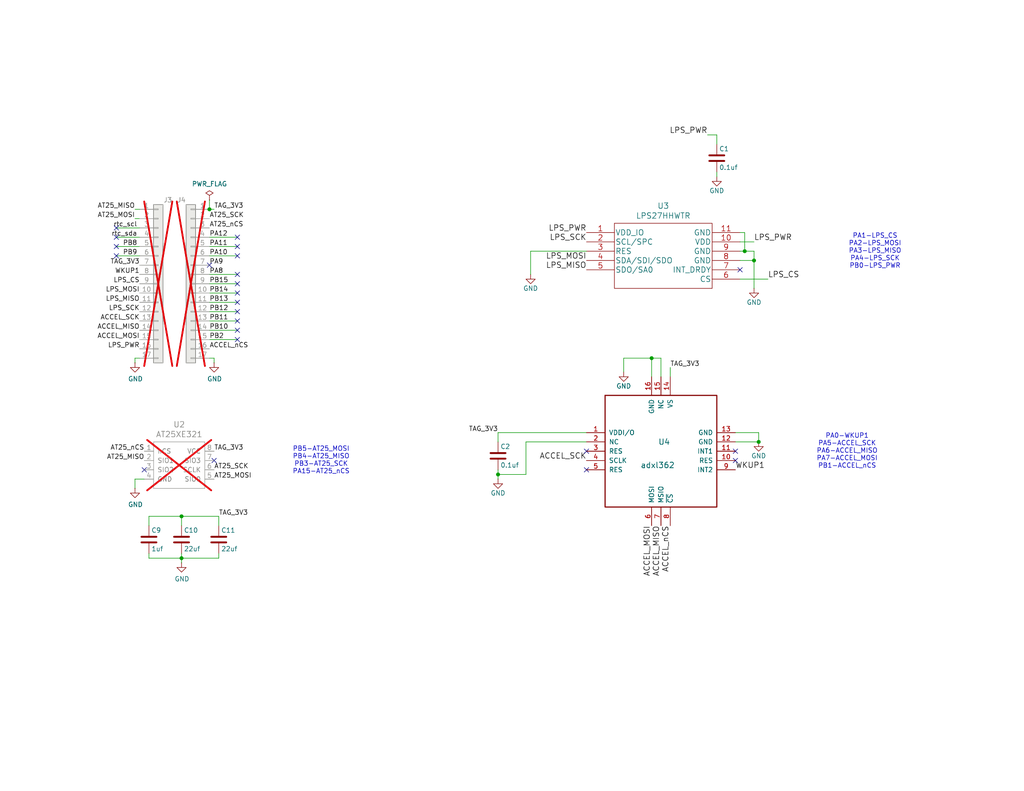
<source format=kicad_sch>
(kicad_sch (version 20231120) (generator "eeschema") (generator_version "8.0")
  (paper "A")
  (title_block (title "Bit/Pressure Tag Breakout") (date "2025-04-23"))
  (lib_symbols
    (symbol "Connector_Generic:Conn_01x17" (pin_names (offset 1.016) hide)
      (property "Reference" "J" (at 0 22.86 0))
      (property "Value" "Conn_01x17" (at 0 -22.86 0))
      (symbol "Conn_01x17_1_1"
        (rectangle (start -1.27 -20.193) (end 0 -20.447) (stroke (width 0.1524)))
        (rectangle (start -1.27 -17.653) (end 0 -17.907) (stroke (width 0.1524)))
        (rectangle (start -1.27 -15.113) (end 0 -15.367) (stroke (width 0.1524)))
        (rectangle (start -1.27 -12.573) (end 0 -12.827) (stroke (width 0.1524)))
        (rectangle (start -1.27 -10.033) (end 0 -10.287) (stroke (width 0.1524)))
        (rectangle (start -1.27 -7.493) (end 0 -7.747) (stroke (width 0.1524)))
        (rectangle (start -1.27 -4.953) (end 0 -5.207) (stroke (width 0.1524)))
        (rectangle (start -1.27 -2.413) (end 0 -2.667) (stroke (width 0.1524)))
        (rectangle (start -1.27 0.127) (end 0 -0.127) (stroke (width 0.1524)))
        (rectangle (start -1.27 2.667) (end 0 2.413) (stroke (width 0.1524)))
        (rectangle (start -1.27 5.207) (end 0 4.953) (stroke (width 0.1524)))
        (rectangle (start -1.27 7.747) (end 0 7.493) (stroke (width 0.1524)))
        (rectangle (start -1.27 10.287) (end 0 10.033) (stroke (width 0.1524)))
        (rectangle (start -1.27 12.827) (end 0 12.573) (stroke (width 0.1524)))
        (rectangle (start -1.27 15.367) (end 0 15.113) (stroke (width 0.1524)))
        (rectangle (start -1.27 17.907) (end 0 17.653) (stroke (width 0.1524)))
        (rectangle (start -1.27 20.447) (end 0 20.193) (stroke (width 0.1524)))
        (rectangle (start -1.27 21.59) (end 1.27 -21.59) (stroke (width 0.254)) (fill (type background)))
        (pin passive line (at -5.08 20.32 0) (length 3.81) (name "Pin_1") (number "1"))
        (pin passive line (at -5.08 -2.54 0) (length 3.81) (name "Pin_10") (number "10"))
        (pin passive line (at -5.08 -5.08 0) (length 3.81) (name "Pin_11") (number "11"))
        (pin passive line (at -5.08 -7.62 0) (length 3.81) (name "Pin_12") (number "12"))
        (pin passive line (at -5.08 -10.16 0) (length 3.81) (name "Pin_13") (number "13"))
        (pin passive line (at -5.08 -12.7 0) (length 3.81) (name "Pin_14") (number "14"))
        (pin passive line (at -5.08 -15.24 0) (length 3.81) (name "Pin_15") (number "15"))
        (pin passive line (at -5.08 -17.78 0) (length 3.81) (name "Pin_16") (number "16"))
        (pin passive line (at -5.08 -20.32 0) (length 3.81) (name "Pin_17") (number "17"))
        (pin passive line (at -5.08 17.78 0) (length 3.81) (name "Pin_2") (number "2"))
        (pin passive line (at -5.08 15.24 0) (length 3.81) (name "Pin_3") (number "3"))
        (pin passive line (at -5.08 12.7 0) (length 3.81) (name "Pin_4") (number "4"))
        (pin passive line (at -5.08 10.16 0) (length 3.81) (name "Pin_5") (number "5"))
        (pin passive line (at -5.08 7.62 0) (length 3.81) (name "Pin_6") (number "6"))
        (pin passive line (at -5.08 5.08 0) (length 3.81) (name "Pin_7") (number "7"))
        (pin passive line (at -5.08 2.54 0) (length 3.81) (name "Pin_8") (number "8"))
        (pin passive line (at -5.08 0 0) (length 3.81) (name "Pin_9") (number "9"))
      )
    )
    (symbol "Device:C" (pin_numbers hide) (pin_names (offset 0.254))
      (property "Reference" "C" (at 0.635 2.54 0))
      (property "Value" "C" (at 0.635 -2.54 0))
      (symbol "C_0_1"
        (polyline (pts (xy -2.032 -0.762) (xy 2.032 -0.762)) (stroke (width 0.508)))
        (polyline (pts (xy -2.032 0.762) (xy 2.032 0.762)) (stroke (width 0.508)))
      )
      (symbol "C_1_1"
        (pin passive line (at 0 3.81 270) (length 2.794) (name "~") (number "1"))
        (pin passive line (at 0 -3.81 90) (length 2.794) (name "~") (number "2"))
      )
    )
    (symbol "GND_10" (power) (pin_numbers hide) (pin_names (offset 0) hide)
      (property "Value" "GND" (at 0 -3.81 0))
      (symbol "GND_10_0_1"
        (polyline (pts (xy 0 0) (xy 0 -1.27) (xy 1.27 -1.27) (xy 0 -2.54) (xy -1.27 -1.27) (xy 0 -1.27)))
      )
      (symbol "GND_10_1_1"
        (pin power_in line (at 0 0 270) (length 0) (name "~") (number "1"))
      )
    )
    (symbol "GND_6" (power) (pin_numbers hide) (pin_names (offset 0) hide)
      (property "Value" "GND" (at 0 -3.81 0))
      (symbol "GND_6_0_1"
        (polyline (pts (xy 0 0) (xy 0 -1.27) (xy 1.27 -1.27) (xy 0 -2.54) (xy -1.27 -1.27) (xy 0 -1.27)))
      )
      (symbol "GND_6_1_1"
        (pin power_in line (at 0 0 270) (length 0) (name "~") (number "1"))
      )
    )
    (symbol "GND_8" (power) (pin_numbers hide) (pin_names (offset 0) hide)
      (property "Value" "GND" (at 0 -3.81 0))
      (symbol "GND_8_0_1"
        (polyline (pts (xy 0 0) (xy 0 -1.27) (xy 1.27 -1.27) (xy 0 -2.54) (xy -1.27 -1.27) (xy 0 -1.27)))
      )
      (symbol "GND_8_1_1"
        (pin power_in line (at 0 0 270) (length 0) (name "~") (number "1"))
      )
    )
    (symbol "bittagv7:adxl362" (pin_names (offset 1.016))
      (property "Reference" "U" (at 3.81 6.35 0))
      (property "Value" "adxl362" (at 3.81 3.81 0))
      (symbol "adxl362_1_1"
        (rectangle (start 5.08 10.16) (end 35.56 -20.32) (stroke (width 0.3048)))
        (pin power_in line (at 0 0 0) (length 5.08) (name "VDDI/O") (number "1"))
        (pin passive line (at 40.64 -7.62 180) (length 5.08) (name "RES") (number "10"))
        (pin output line (at 40.64 -5.08 180) (length 5.08) (name "INT1") (number "11"))
        (pin power_in line (at 40.64 -2.54 180) (length 5.08) (name "GND") (number "12"))
        (pin power_in line (at 40.64 0 180) (length 5.08) (name "GND") (number "13"))
        (pin power_in line (at 22.86 15.24 270) (length 5.08) (name "VS") (number "14"))
        (pin passive line (at 20.32 15.24 270) (length 5.08) (name "NC") (number "15"))
        (pin power_in line (at 17.78 15.24 270) (length 5.08) (name "GND") (number "16"))
        (pin output line (at 0 -2.54 0) (length 5.08) (name "NC") (number "2"))
        (pin output line (at 0 -5.08 0) (length 5.08) (name "RES") (number "3"))
        (pin input line (at 0 -7.62 0) (length 5.08) (name "SCLK") (number "4"))
        (pin output line (at 0 -10.16 0) (length 5.08) (name "RES") (number "5"))
        (pin input line (at 17.78 -25.4 90) (length 5.08) (name "MOSI") (number "6"))
        (pin output line (at 20.32 -25.4 90) (length 5.08) (name "MSIO") (number "7"))
        (pin input line (at 22.86 -25.4 90) (length 5.08) (name "~{CS}") (number "8"))
        (pin bidirectional line (at 40.64 -10.16 180) (length 5.08) (name "INT2") (number "9"))
      )
    )
    (symbol "lps27:LPS27HHWTR" (pin_names (offset 0.254))
      (property "Reference" "U2" (at 20.955 7.2898 0))
      (property "Value" "LPS27HHWTR" (at 20.955 4.5974 0))
      (symbol "LPS27HHWTR_1_1"
        (rectangle (start 7.62 -15.24) (end 34.29 2.54))
        (pin passive line (at 0 0 0) (length 7.62) (name "VDD_IO") (number "1"))
        (pin input line (at 41.91 -2.54 180) (length 7.62) (name "VDD") (number "10"))
        (pin power_in line (at 41.91 0 180) (length 7.62) (name "GND") (number "11"))
        (pin input line (at 0 -2.54 0) (length 7.62) (name "SCL/SPC") (number "2"))
        (pin passive line (at 0 -5.08 0) (length 7.62) (name "RES") (number "3"))
        (pin input line (at 0 -7.62 0) (length 7.62) (name "SDA/SDI/SDO") (number "4"))
        (pin output line (at 0 -10.16 0) (length 7.62) (name "SDO/SA0") (number "5"))
        (pin input line (at 41.91 -12.7 180) (length 7.62) (name "CS") (number "6"))
        (pin output line (at 41.91 -10.16 180) (length 7.62) (name "INT_DRDY") (number "7"))
        (pin power_in line (at 41.91 -7.62 180) (length 7.62) (name "GND") (number "8"))
        (pin power_in line (at 41.91 -5.08 180) (length 7.62) (name "GND") (number "9"))
      )
    )
    (symbol "power:GND" (power) (pin_numbers hide) (pin_names (offset 0) hide)
      (property "Value" "GND" (at 0 -3.81 0))
      (symbol "GND_0_1"
        (polyline (pts (xy 0 0) (xy 0 -1.27) (xy 1.27 -1.27) (xy 0 -2.54) (xy -1.27 -1.27) (xy 0 -1.27)))
      )
      (symbol "GND_1_1"
        (pin power_in line (at 0 0 270) (length 0) (name "~") (number "1"))
      )
    )
    (symbol "power:PWR_FLAG" (power) (pin_numbers hide) (pin_names (offset 0) hide)
      (property "Value" "PWR_FLAG" (at 0 3.81 0))
      (symbol "PWR_FLAG_0_0"
        (pin power_out line (at 0 0 90) (length 0) (name "~") (number "1"))
      )
      (symbol "PWR_FLAG_0_1"
        (polyline (pts (xy 0 0) (xy 0 1.27) (xy -1.016 1.905) (xy 0 2.54) (xy 1.016 1.905) (xy 0 1.27)))
      )
    )
    (symbol "tag-breakout-steval-daughter-v2-rescue:MX25R6435F-gpsparts" (pin_names (offset 1.016))
      (property "Reference" "U" (at 0 8.89 0))
      (property "Value" "MX25R6435F-gpsparts" (at 0 -8.89 0))
      (symbol "MX25R6435F-gpsparts_0_1"
        (rectangle (start -7.62 -6.35) (end 6.35 6.35))
      )
      (symbol "MX25R6435F-gpsparts_1_1"
        (pin input line (at -10.16 3.81 0) (length 2.54) (name "nCS") (number "1"))
        (pin bidirectional line (at -10.16 1.27 0) (length 2.54) (name "SIO1") (number "2"))
        (pin bidirectional line (at -10.16 -1.27 0) (length 2.54) (name "SIO2") (number "3"))
        (pin power_in line (at -10.16 -3.81 0) (length 2.54) (name "GND") (number "4"))
        (pin bidirectional line (at 8.89 -3.81 180) (length 2.54) (name "SIO0") (number "5"))
        (pin input line (at 8.89 -1.27 180) (length 2.54) (name "SCLK") (number "6"))
        (pin bidirectional line (at 8.89 1.27 180) (length 2.54) (name "SIO3") (number "7"))
        (pin power_in line (at 8.89 3.81 180) (length 2.54) (name "VCC") (number "8"))
      )
    )
  )
  (junction (at 203.2 68.58))
  (junction (at 135.89 129.54))
  (junction (at 49.53 140.97))
  (junction (at 49.53 152.4))
  (junction (at 205.74 71.12))
  (junction (at 177.8 97.79))
  (junction (at 57.15 57.15))
  (junction (at 207.01 120.65))
  (no_connect (at 31.75 64.77))
  (no_connect (at 64.77 82.55))
  (no_connect (at 64.77 80.01))
  (no_connect (at 64.77 74.93))
  (no_connect (at 31.75 62.23))
  (no_connect (at 39.37 128.27))
  (no_connect (at 31.75 67.31))
  (no_connect (at 200.66 123.19))
  (no_connect (at 57.15 72.39))
  (no_connect (at 200.66 125.73))
  (no_connect (at 160.02 123.19))
  (no_connect (at 58.42 125.73))
  (no_connect (at 64.77 77.47))
  (no_connect (at 64.77 69.85))
  (no_connect (at 64.77 87.63))
  (no_connect (at 64.77 92.71))
  (no_connect (at 64.77 64.77))
  (no_connect (at 201.93 73.66))
  (no_connect (at 64.77 90.17))
  (no_connect (at 160.02 128.27))
  (no_connect (at 64.77 85.09))
  (no_connect (at 31.75 69.85))
  (no_connect (at 64.77 67.31))
  (wire (pts (xy 57.15 54.61) (xy 57.15 57.15)))
  (wire (pts (xy 195.58 46.99) (xy 195.58 48.26)))
  (wire (pts (xy 39.37 130.81) (xy 36.83 130.81)))
  (wire (pts (xy 57.15 69.85) (xy 64.77 69.85)))
  (wire (pts (xy 207.01 120.65) (xy 200.66 120.65)))
  (wire (pts (xy 40.64 143.51) (xy 40.64 140.97)))
  (wire (pts (xy 40.64 151.13) (xy 40.64 152.4)))
  (wire (pts (xy 201.93 63.5) (xy 203.2 63.5)))
  (wire (pts (xy 40.64 152.4) (xy 49.53 152.4)))
  (wire (pts (xy 57.15 92.71) (xy 64.77 92.71)))
  (wire (pts (xy 160.02 118.11) (xy 135.89 118.11)))
  (wire (pts (xy 49.53 151.13) (xy 49.53 152.4)))
  (wire (pts (xy 177.8 97.79) (xy 170.18 97.79)))
  (wire (pts (xy 135.89 128.27) (xy 135.89 129.54)))
  (wire (pts (xy 144.78 68.58) (xy 144.78 74.93)))
  (wire (pts (xy 180.34 97.79) (xy 177.8 97.79)))
  (wire (pts (xy 57.15 74.93) (xy 64.77 74.93)))
  (wire (pts (xy 160.02 120.65) (xy 143.51 120.65)))
  (wire (pts (xy 36.83 57.15) (xy 38.1 57.15)))
  (wire (pts (xy 57.15 67.31) (xy 64.77 67.31)))
  (wire (pts (xy 40.64 140.97) (xy 49.53 140.97)))
  (wire (pts (xy 180.34 102.87) (xy 180.34 97.79)))
  (wire (pts (xy 49.53 140.97) (xy 59.69 140.97)))
  (wire (pts (xy 57.15 64.77) (xy 64.77 64.77)))
  (wire (pts (xy 57.15 80.01) (xy 64.77 80.01)))
  (wire (pts (xy 57.15 85.09) (xy 64.77 85.09)))
  (wire (pts (xy 36.83 97.79) (xy 36.83 99.06)))
  (wire (pts (xy 57.15 82.55) (xy 64.77 82.55)))
  (wire (pts (xy 203.2 68.58) (xy 205.74 68.58)))
  (wire (pts (xy 201.93 68.58) (xy 203.2 68.58)))
  (wire (pts (xy 207.01 118.11) (xy 207.01 120.65)))
  (wire (pts (xy 143.51 120.65) (xy 143.51 129.54)))
  (wire (pts (xy 182.88 102.87) (xy 182.88 100.33)))
  (wire (pts (xy 36.83 59.69) (xy 38.1 59.69)))
  (wire (pts (xy 58.42 97.79) (xy 58.42 99.06)))
  (wire (pts (xy 57.15 87.63) (xy 64.77 87.63)))
  (wire (pts (xy 31.75 64.77) (xy 38.1 64.77)))
  (wire (pts (xy 49.53 152.4) (xy 49.53 153.67)))
  (wire (pts (xy 58.42 57.15) (xy 57.15 57.15)))
  (wire (pts (xy 201.93 66.04) (xy 205.74 66.04)))
  (wire (pts (xy 31.75 69.85) (xy 38.1 69.85)))
  (wire (pts (xy 57.15 90.17) (xy 64.77 90.17)))
  (wire (pts (xy 203.2 63.5) (xy 203.2 68.58)))
  (wire (pts (xy 193.04 36.83) (xy 195.58 36.83)))
  (wire (pts (xy 57.15 77.47) (xy 64.77 77.47)))
  (wire (pts (xy 49.53 152.4) (xy 59.69 152.4)))
  (wire (pts (xy 177.8 97.79) (xy 177.8 102.87)))
  (wire (pts (xy 195.58 36.83) (xy 195.58 39.37)))
  (wire (pts (xy 143.51 129.54) (xy 135.89 129.54)))
  (wire (pts (xy 36.83 130.81) (xy 36.83 133.35)))
  (wire (pts (xy 38.1 97.79) (xy 36.83 97.79)))
  (wire (pts (xy 205.74 71.12) (xy 205.74 78.74)))
  (wire (pts (xy 31.75 67.31) (xy 38.1 67.31)))
  (wire (pts (xy 201.93 71.12) (xy 205.74 71.12)))
  (wire (pts (xy 200.66 118.11) (xy 207.01 118.11)))
  (wire (pts (xy 160.02 68.58) (xy 144.78 68.58)))
  (wire (pts (xy 135.89 118.11) (xy 135.89 120.65)))
  (wire (pts (xy 59.69 140.97) (xy 59.69 143.51)))
  (wire (pts (xy 170.18 97.79) (xy 170.18 101.6)))
  (wire (pts (xy 205.74 68.58) (xy 205.74 71.12)))
  (wire (pts (xy 201.93 76.2) (xy 209.55 76.2)))
  (wire (pts (xy 57.15 97.79) (xy 58.42 97.79)))
  (wire (pts (xy 135.89 129.54) (xy 135.89 130.81)))
  (wire (pts (xy 31.75 62.23) (xy 38.1 62.23)))
  (wire (pts (xy 49.53 140.97) (xy 49.53 143.51)))
  (wire (pts (xy 59.69 152.4) (xy 59.69 151.13)))
  (text "PA0-WKUP1\nPA5-ACCEL_SCK\nPA6-ACCEL_MISO\nPA7-ACCEL_MOSI\nPB1-ACCEL_nCS" (at 231.14 123.19 0) (effects (font (size 1.27 1.27))))
  (text "PA1-LPS_CS\nPA2-LPS_MOSI\nPA3-LPS_MISO\nPA4-LPS_SCK\nPB0-LPS_PWR" (at 238.76 68.58 0) (effects (font (size 1.27 1.27))))
  (text "PB5-AT25_MOSI\nPB4-AT25_MISO\nPB3-AT25_SCK\nPA15-AT25_nCS" (at 87.63 125.73 0) (effects (font (size 1.27 1.27))))
  (label "PA9" (at 57.15 72.39 0))
  (label "LPS_MOSI" (at 38.1 80.01 180))
  (label "AT25_nCS" (at 57.15 62.23 0))
  (label "ACCEL_MOSI" (at 177.8 143.51 270) (effects (font (size 1.524 1.524))))
  (label "LPS_MISO" (at 38.1 82.55 180))
  (label "rtc_sda" (at 37.465 64.77 180))
  (label "AT25_MOSI" (at 58.42 130.81 0))
  (label "TAG_3V3" (at 135.89 118.11 180))
  (label "ACCEL_MISO" (at 38.1 90.17 180))
  (label "TAG_3V3" (at 58.42 123.19 0))
  (label "PB10" (at 57.15 90.17 0))
  (label "PA11" (at 57.15 67.31 0))
  (label "LPS_PWR" (at 160.02 63.5 180) (effects (font (size 1.524 1.524))))
  (label "ACCEL_nCS" (at 182.88 143.51 270) (effects (font (size 1.524 1.524))))
  (label "LPS_PWR" (at 38.1 95.25 180))
  (label "PB15" (at 57.15 77.47 0))
  (label "ACCEL_SCK" (at 160.02 125.73 180) (effects (font (size 1.524 1.524))))
  (label "AT25_nCS" (at 39.37 123.19 180))
  (label "LPS_CS" (at 209.55 76.2 0) (effects (font (size 1.524 1.524))))
  (label "PA12" (at 57.15 64.77 0))
  (label "rtc_scl" (at 37.465 62.23 180))
  (label "ACCEL_SCK" (at 38.1 87.63 180))
  (label "WKUP1" (at 38.1 74.93 180))
  (label "PB8" (at 37.465 67.31 180))
  (label "PA8" (at 57.15 74.93 0))
  (label "PB11" (at 57.15 87.63 0))
  (label "AT25_MISO" (at 36.83 57.15 180))
  (label "LPS_SCK" (at 38.1 85.09 180))
  (label "LPS_MISO" (at 160.02 73.66 180) (effects (font (size 1.524 1.524))))
  (label "PB12" (at 57.15 85.09 0))
  (label "PA10" (at 57.15 69.85 0))
  (label "LPS_MOSI" (at 160.02 71.12 180) (effects (font (size 1.524 1.524))))
  (label "TAG_3V3" (at 182.88 100.33 0))
  (label "AT25_MOSI" (at 36.83 59.69 180))
  (label "LPS_PWR" (at 193.04 36.83 180) (effects (font (size 1.524 1.524))))
  (label "LPS_SCK" (at 160.02 66.04 180) (effects (font (size 1.524 1.524))))
  (label "PB14" (at 57.15 80.01 0))
  (label "ACCEL_MISO" (at 180.34 143.51 270) (effects (font (size 1.524 1.524))))
  (label "WKUP1" (at 200.66 128.27 0) (effects (font (size 1.524 1.524))))
  (label "LPS_PWR" (at 205.74 66.04 0) (effects (font (size 1.524 1.524))))
  (label "AT25_MISO" (at 39.37 125.73 180))
  (label "ACCEL_MOSI" (at 38.1 92.71 180))
  (label "PB2" (at 57.15 92.71 0))
  (label "LPS_CS" (at 38.1 77.47 180))
  (label "AT25_SCK" (at 58.42 128.27 0))
  (label "TAG_3V3" (at 58.42 57.15 0))
  (label "PB9" (at 37.465 69.85 180))
  (label "AT25_SCK" (at 57.15 59.69 0))
  (label "PB13" (at 57.15 82.55 0))
  (label "TAG_3V3" (at 59.69 140.97 0))
  (label "ACCEL_nCS" (at 57.15 95.25 0))
  (label "TAG_3V3" (at 38.1 72.39 180))
  (symbol (lib_id "Connector_Generic:Conn_01x17") (at 52.07 77.47 0) (mirror y) (unit 1) (dnp yes)
    (property "Reference" "J4" (at 49.53 54.61 0))
    (property "Value" "Conn_01x17" (effects (hide yes)))
    (property "Footprint" "taglibrary:PinHeader_1x17_P2.54mm_Vertical_Staggered" (effects (hide yes)))
    (property "Description" "Generic connector, single row, 01x17, script generated (kicad-library-utils/schlib/autogen/connector/)" (effects (hide yes)))
  )
  (symbol (lib_id "Connector_Generic:Conn_01x17") (at 43.18 77.47 0) (unit 1) (dnp yes)
    (property "Reference" "J3" (at 46.99 54.61 0) (effects (justify right)))
    (property "Value" "Conn_01x17" (effects (hide yes)))
    (property "Footprint" "taglibrary:PinHeader_1x17_P2.54mm_Vertical_Staggered" (effects (hide yes)))
    (property "Description" "Generic connector, single row, 01x17, script generated (kicad-library-utils/schlib/autogen/connector/)" (effects (hide yes)))
  )
  (symbol (lib_id "power:GND") (at 58.42 99.06 0) (unit 1)
    (property "Reference" "#PWR0101" (effects (hide yes)))
    (property "Value" "GND" (at 58.547 103.4542 0))
    (property "Description" "Power symbol creates a global label with name \"GND\" , ground" (effects (hide yes)))
  )
  (symbol (lib_id "power:GND") (at 36.83 99.06 0) (unit 1)
    (property "Reference" "#PWR0102" (effects (hide yes)))
    (property "Value" "GND" (at 36.957 103.4542 0))
    (property "Description" "Power symbol creates a global label with name \"GND\" , ground" (effects (hide yes)))
  )
  (symbol (lib_id "tag-breakout-steval-daughter-v2-rescue:MX25R6435F-gpsparts") (at 49.53 127 0) (unit 1) (dnp yes)
    (property "Reference" "U2" (at 48.895 115.9002 0) (effects (font (size 1.524 1.524))))
    (property "Value" "AT25XE321" (at 48.895 118.5926 0) (effects (font (size 1.524 1.524))))
    (property "Footprint" "Package_SO:SO-8_5.3x6.2mm_P1.27mm" (effects (hide yes)))
    (property "MPN" "AT25XE321D-SSHN-T" (effects (hide yes)))
    (property "LCSC" "C7455379" (effects (hide yes)))
  )
  (symbol (lib_id "power:GND") (at 49.53 153.67 0) (unit 1)
    (property "Reference" "#PWR0104" (effects (hide yes)))
    (property "Value" "GND" (at 49.657 158.0642 0))
    (property "Description" "Power symbol creates a global label with name \"GND\" , ground" (effects (hide yes)))
  )
  (symbol (lib_id "power:GND") (at 36.83 133.35 0) (unit 1)
    (property "Reference" "#PWR0105" (effects (hide yes)))
    (property "Value" "GND" (at 36.957 137.7442 0))
    (property "Description" "Power symbol creates a global label with name \"GND\" , ground" (effects (hide yes)))
  )
  (symbol (lib_id "Device:C") (at 59.69 147.32 0) (unit 1)
    (property "Reference" "C11" (at 60.325 144.78 0) (effects (justify left)))
    (property "Value" "22uf" (at 60.325 149.86 0) (effects (justify left)))
    (property "Footprint" "Capacitor_SMD:C_0402_1005Metric" (effects (hide yes)))
    (property "DISTPN" "478-9839-1-ND" (effects (hide yes)))
    (property "MFN" "AVX" (effects (hide yes)))
    (property "MPN" "04026D226MAT2A" (effects (hide yes)))
    (property "LCSC" "C2179118" (effects (hide yes)))
  )
  (symbol (lib_id "lps27:LPS27HHWTR") (at 160.02 63.5 0) (unit 1)
    (property "Reference" "U3" (at 180.975 56.2102 0) (effects (font (size 1.524 1.524))))
    (property "Value" "LPS27HHWTR" (at 180.975 58.9026 0) (effects (font (size 1.524 1.524))))
    (property "Footprint" "taglibrary:LPS27HHWTR" (effects (hide yes)))
    (property "DISTPN" "497-LPS27HHTWCT-ND" (effects (hide yes)))
    (property "MFN" "STMicroelectronics" (effects (hide yes)))
    (property "MPN" "LPS27HHTWTR" (effects (hide yes)))
    (property "LCSC" "C3253631" (effects (hide yes)))
  )
  (symbol (lib_id "Device:C") (at 40.64 147.32 0) (unit 1)
    (property "Reference" "C9" (at 41.275 144.78 0) (effects (justify left)))
    (property "Value" "1uf" (at 41.275 149.86 0) (effects (justify left)))
    (property "Footprint" "Capacitor_SMD:C_0201_0603Metric" (effects (hide yes)))
    (property "MFN" "Murata" (effects (hide yes)))
    (property "MPN" "GRM033R60J105MEA2D" (effects (hide yes)))
    (property "DISTPN" "490-7229-1-ND" (effects (hide yes)))
    (property "LCSC" "C76930" (effects (hide yes)))
  )
  (symbol (lib_id "power:GND") (at 170.18 101.6 0) (unit 1)
    (property "Reference" "#PWR9" (effects (hide yes)))
    (property "Value" "GND" (at 170.18 105.41 0))
  )
  (symbol (lib_id "bittagv7:adxl362") (at 160.02 118.11 0) (unit 1)
    (property "Reference" "U4" (at 182.88 120.65 0) (effects (font (size 1.524 1.524)) (justify right)))
    (property "Value" "adxl362" (at 184.15 127 0) (effects (font (size 1.524 1.524)) (justify right)))
    (property "Footprint" "taglibrary:ADXL362" (effects (hide yes)))
    (property "MFN" "Analog Devices" (effects (hide yes)))
    (property "MPN" "ADXL362BCCZ-RL7" (effects (hide yes)))
    (property "DISTPN" "ADXL362BCCZ-RL7CT-ND" (effects (hide yes)))
    (property "LCSC" "C192252" (effects (hide yes)))
  )
  (symbol (lib_id "power:PWR_FLAG") (at 57.15 54.61 0) (unit 1)
    (property "Reference" "#FLG1" (effects (hide yes)))
    (property "Value" "PWR_FLAG" (at 57.15 50.2158 0))
    (property "Description" "Special symbol for telling ERC where power comes from" (effects (hide yes)))
  )
  (symbol (lib_id "Device:C") (at 135.89 124.46 0) (unit 1)
    (property "Reference" "C2" (at 136.525 121.92 0) (effects (justify left)))
    (property "Value" "0.1uf" (at 136.525 127 0) (effects (justify left)))
    (property "Footprint" "Capacitor_SMD:C_0201_0603Metric" (effects (hide yes)))
    (property "MFN" "Murata" (effects (hide yes)))
    (property "MPN" "GRM033C81E104KE14D" (effects (hide yes)))
    (property "LCSC" "C181047" (effects (hide yes)))
  )
  (symbol (lib_name "GND_8") (lib_id "power:GND") (at 205.74 78.74 0) (unit 1)
    (property "Reference" "#PWR7" (effects (hide yes)))
    (property "Value" "GND" (at 205.74 82.55 0))
    (property "Description" "Power symbol creates a global label with name \"GND\" , ground" (effects (hide yes)))
  )
  (symbol (lib_id "power:GND") (at 207.01 120.65 0) (unit 1)
    (property "Reference" "#PWR11" (effects (hide yes)))
    (property "Value" "GND" (at 207.01 124.46 0))
  )
  (symbol (lib_id "Device:C") (at 49.53 147.32 0) (unit 1)
    (property "Reference" "C10" (at 50.165 144.78 0) (effects (justify left)))
    (property "Value" "22uf" (at 50.165 149.86 0) (effects (justify left)))
    (property "Footprint" "Capacitor_SMD:C_0402_1005Metric" (effects (hide yes)))
    (property "DISTPN" "478-9839-1-ND" (effects (hide yes)))
    (property "MFN" "AVX" (effects (hide yes)))
    (property "MPN" "04026D226MAT2A" (effects (hide yes)))
    (property "LCSC" "C2179118" (effects (hide yes)))
  )
  (symbol (lib_name "GND_10") (lib_id "power:GND") (at 144.78 74.93 0) (unit 1)
    (property "Reference" "#PWR1" (effects (hide yes)))
    (property "Value" "GND" (at 144.78 78.74 0))
    (property "Description" "Power symbol creates a global label with name \"GND\" , ground" (effects (hide yes)))
  )
  (symbol (lib_name "GND_6") (lib_id "power:GND") (at 195.58 48.26 0) (unit 1)
    (property "Reference" "#PWR6" (effects (hide yes)))
    (property "Value" "GND" (at 195.58 52.07 0))
    (property "Description" "Power symbol creates a global label with name \"GND\" , ground" (effects (hide yes)))
  )
  (symbol (lib_id "power:GND") (at 135.89 130.81 0) (unit 1)
    (property "Reference" "#PWR8" (effects (hide yes)))
    (property "Value" "GND" (at 135.89 134.62 0))
  )
  (symbol (lib_id "Device:C") (at 195.58 43.18 0) (unit 1)
    (property "Reference" "C1" (at 196.215 40.64 0) (effects (justify left)))
    (property "Value" "0.1uf" (at 196.215 45.72 0) (effects (justify left)))
    (property "Footprint" "Capacitor_SMD:C_0201_0603Metric" (effects (hide yes)))
    (property "Macrofab" "MF-CAP-0402-0.1uF" (effects (hide yes)))
    (property "MFN" "Murata" (effects (hide yes)))
    (property "DISTPN" "490-10403-1-ND" (effects (hide yes)))
    (property "MPN" "GRM033C81E104KE14D" (effects (hide yes)))
    (property "LCSC" "C181047" (effects (hide yes)))
  )
)
</source>
